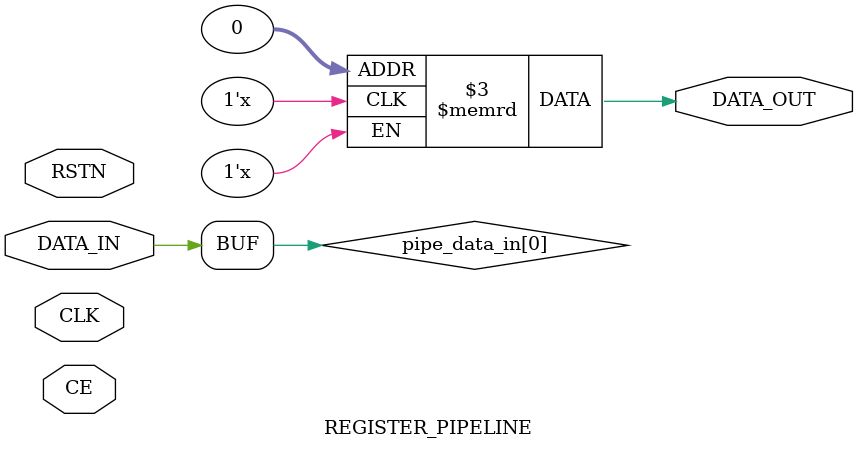
<source format=sv>
`timescale 1ns/100ps

module REGISTER_PIPELINE
#(
    parameter DATA_WIDTH    = 1,
    parameter RESET_VALUE   = 1'b0,
    parameter NUM_STAGES    = 1
)
(
    input                   CLK,
    input                   RSTN,
    input                   CE,
    input [DATA_WIDTH-1:0]  DATA_IN,
    output [DATA_WIDTH-1:0] DATA_OUT
);

    // Internal connections
    logic [DATA_WIDTH-1:0]  pipe_data_in [NUM_STAGES];
    logic [DATA_WIDTH-1:0]  pipe_data_out [NUM_STAGES];

    // Header always present
    REGISTER #(
        .DATA_WIDTH     (DATA_WIDTH),
        .RESET_VALUE    (RESET_VALUE)
    )
    PIPE_STAGE (
        .CLK        (CLK),
        .RSTN       (RSTN),
        .CE         (CE),
        .DATA_IN    (pipe_data_in[0]),
        .DATA_OUT   (pipe_data_out[0])
    );

    assign pipe_data_in[0] = DATA_IN;

    // Configurable number of stages
    generate
        for(genvar pdx = 1; pdx < NUM_STAGES; pdx++) begin
            REGISTER #(
                .DATA_WIDTH     (DATA_WIDTH),
                .RESET_VALUE    (RESET_VALUE)
            )
            PIPE_STAGE (
                .CLK        (CLK),
                .RSTN       (RSTN),
                .CE         (CE),
                .DATA_IN    (pipe_data_in[pdx]),
                .DATA_OUT   (pipe_data_out[pdx])
            );

            assign pipe_data_in[pdx] = pipe_data_out[pdx-1];
        end
    endgenerate

    // Footer
    assign DATA_OUT = pipe_data_out[NUM_STAGES-1];
endmodule

</source>
